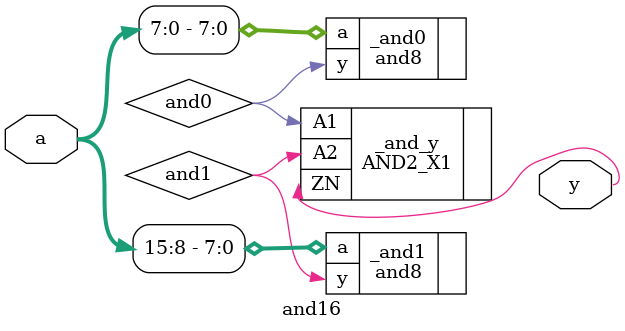
<source format=v>
`ifndef AND16_V
`define AND16_V

`include "misc/and/and8.v"

module and16 (
    input wire [15:0] a,
    output wire y
);
    wire and0;
    wire and1;

    and8 _and0(.a(a[7:0]), .y(and0));
    and8 _and1(.a(a[15:8]), .y(and1));

    AND2_X1 _and_y(.A1(and0), .A2(and1), .ZN(y));
endmodule

`endif

</source>
